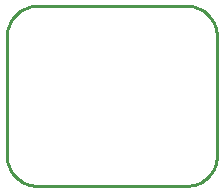
<source format=gbr>
G04 EAGLE Gerber RS-274X export*
G75*
%MOMM*%
%FSLAX34Y34*%
%LPD*%
%IN*%
%IPPOS*%
%AMOC8*
5,1,8,0,0,1.08239X$1,22.5*%
G01*
%ADD10C,0.254000*%


D10*
X0Y25400D02*
X97Y23186D01*
X386Y20989D01*
X865Y18826D01*
X1532Y16713D01*
X2380Y14666D01*
X3403Y12700D01*
X4594Y10831D01*
X5942Y9073D01*
X7440Y7440D01*
X9073Y5942D01*
X10831Y4594D01*
X12700Y3403D01*
X14666Y2380D01*
X16713Y1532D01*
X18826Y865D01*
X20989Y386D01*
X23186Y97D01*
X25400Y0D01*
X152400Y0D01*
X154614Y97D01*
X156811Y386D01*
X158974Y865D01*
X161087Y1532D01*
X163135Y2380D01*
X165100Y3403D01*
X166969Y4594D01*
X168727Y5942D01*
X170361Y7440D01*
X171858Y9073D01*
X173206Y10831D01*
X174397Y12700D01*
X175420Y14666D01*
X176268Y16713D01*
X176935Y18826D01*
X177414Y20989D01*
X177703Y23186D01*
X177800Y25400D01*
X177800Y127000D01*
X177703Y129214D01*
X177414Y131411D01*
X176935Y133574D01*
X176268Y135687D01*
X175420Y137735D01*
X174397Y139700D01*
X173206Y141569D01*
X171858Y143327D01*
X170361Y144961D01*
X168727Y146458D01*
X166969Y147806D01*
X165100Y148997D01*
X163135Y150020D01*
X161087Y150868D01*
X158974Y151535D01*
X156811Y152014D01*
X154614Y152303D01*
X152400Y152400D01*
X25400Y152400D01*
X23186Y152303D01*
X20989Y152014D01*
X18826Y151535D01*
X16713Y150868D01*
X14666Y150020D01*
X12700Y148997D01*
X10831Y147806D01*
X9073Y146458D01*
X7440Y144961D01*
X5942Y143327D01*
X4594Y141569D01*
X3403Y139700D01*
X2380Y137735D01*
X1532Y135687D01*
X865Y133574D01*
X386Y131411D01*
X97Y129214D01*
X0Y127000D01*
X0Y25400D01*
M02*

</source>
